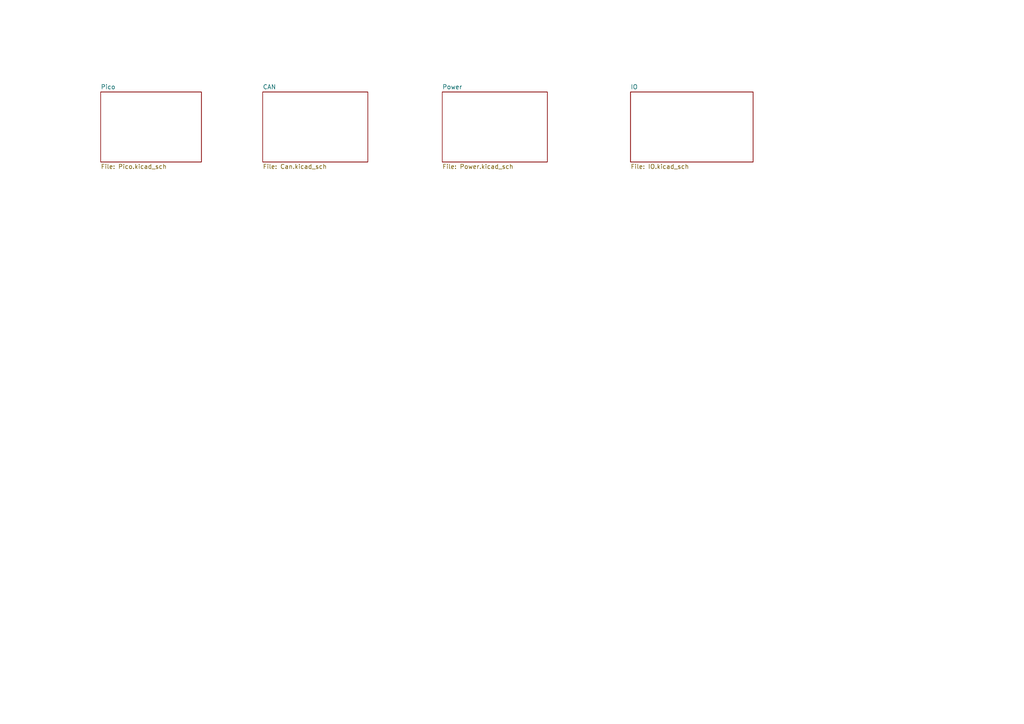
<source format=kicad_sch>
(kicad_sch
	(version 20231120)
	(generator "eeschema")
	(generator_version "8.0")
	(uuid "8b7d42f7-da13-4f9b-ae64-d2ea00a4933f")
	(paper "A4")
	(lib_symbols)
	(sheet
		(at 29.21 26.67)
		(size 29.21 20.32)
		(fields_autoplaced yes)
		(stroke
			(width 0.1524)
			(type solid)
		)
		(fill
			(color 0 0 0 0.0000)
		)
		(uuid "5ac3371f-bd28-4e71-8a84-c880cf36d86f")
		(property "Sheetname" "Pico"
			(at 29.21 25.9584 0)
			(effects
				(font
					(size 1.27 1.27)
				)
				(justify left bottom)
			)
		)
		(property "Sheetfile" "Pico.kicad_sch"
			(at 29.21 47.5746 0)
			(effects
				(font
					(size 1.27 1.27)
				)
				(justify left top)
			)
		)
		(instances
			(project "FRCMotorTester"
				(path "/8b7d42f7-da13-4f9b-ae64-d2ea00a4933f"
					(page "2")
				)
			)
		)
	)
	(sheet
		(at 182.88 26.67)
		(size 35.56 20.32)
		(fields_autoplaced yes)
		(stroke
			(width 0.1524)
			(type solid)
		)
		(fill
			(color 0 0 0 0.0000)
		)
		(uuid "8ce18279-c24a-4fc6-a071-ab76dabc1fca")
		(property "Sheetname" "IO"
			(at 182.88 25.9584 0)
			(effects
				(font
					(size 1.27 1.27)
				)
				(justify left bottom)
			)
		)
		(property "Sheetfile" "IO.kicad_sch"
			(at 182.88 47.5746 0)
			(effects
				(font
					(size 1.27 1.27)
				)
				(justify left top)
			)
		)
		(instances
			(project "FRCMotorTester"
				(path "/8b7d42f7-da13-4f9b-ae64-d2ea00a4933f"
					(page "5")
				)
			)
		)
	)
	(sheet
		(at 76.2 26.67)
		(size 30.48 20.32)
		(fields_autoplaced yes)
		(stroke
			(width 0.1524)
			(type solid)
		)
		(fill
			(color 0 0 0 0.0000)
		)
		(uuid "901daec7-ebc5-4b56-9f65-1aeb323e4fd0")
		(property "Sheetname" "CAN"
			(at 76.2 25.9584 0)
			(effects
				(font
					(size 1.27 1.27)
				)
				(justify left bottom)
			)
		)
		(property "Sheetfile" "Can.kicad_sch"
			(at 76.2 47.5746 0)
			(effects
				(font
					(size 1.27 1.27)
				)
				(justify left top)
			)
		)
		(property "Field2" ""
			(at 76.2 26.67 0)
			(effects
				(font
					(size 1.27 1.27)
				)
				(hide yes)
			)
		)
		(instances
			(project "FRCMotorTester"
				(path "/8b7d42f7-da13-4f9b-ae64-d2ea00a4933f"
					(page "3")
				)
			)
		)
	)
	(sheet
		(at 128.27 26.67)
		(size 30.48 20.32)
		(fields_autoplaced yes)
		(stroke
			(width 0.1524)
			(type solid)
		)
		(fill
			(color 0 0 0 0.0000)
		)
		(uuid "e8491de4-daf1-4f92-903f-4d4365ccfebc")
		(property "Sheetname" "Power"
			(at 128.27 25.9584 0)
			(effects
				(font
					(size 1.27 1.27)
				)
				(justify left bottom)
			)
		)
		(property "Sheetfile" "Power.kicad_sch"
			(at 128.27 47.5746 0)
			(effects
				(font
					(size 1.27 1.27)
				)
				(justify left top)
			)
		)
		(instances
			(project "FRCMotorTester"
				(path "/8b7d42f7-da13-4f9b-ae64-d2ea00a4933f"
					(page "4")
				)
			)
		)
	)
	(sheet_instances
		(path "/"
			(page "1")
		)
	)
)

</source>
